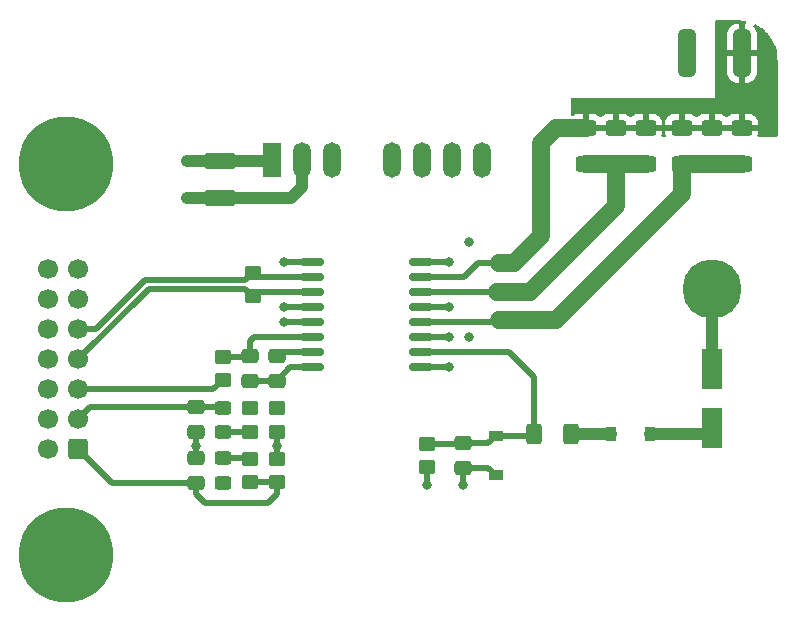
<source format=gbr>
%TF.GenerationSoftware,KiCad,Pcbnew,(6.0.1)*%
%TF.CreationDate,2022-08-22T15:24:11+03:00*%
%TF.ProjectId,Driver_Board,44726976-6572-45f4-926f-6172642e6b69,rev?*%
%TF.SameCoordinates,Original*%
%TF.FileFunction,Copper,L1,Top*%
%TF.FilePolarity,Positive*%
%FSLAX46Y46*%
G04 Gerber Fmt 4.6, Leading zero omitted, Abs format (unit mm)*
G04 Created by KiCad (PCBNEW (6.0.1)) date 2022-08-22 15:24:11*
%MOMM*%
%LPD*%
G01*
G04 APERTURE LIST*
G04 Aperture macros list*
%AMRoundRect*
0 Rectangle with rounded corners*
0 $1 Rounding radius*
0 $2 $3 $4 $5 $6 $7 $8 $9 X,Y pos of 4 corners*
0 Add a 4 corners polygon primitive as box body*
4,1,4,$2,$3,$4,$5,$6,$7,$8,$9,$2,$3,0*
0 Add four circle primitives for the rounded corners*
1,1,$1+$1,$2,$3*
1,1,$1+$1,$4,$5*
1,1,$1+$1,$6,$7*
1,1,$1+$1,$8,$9*
0 Add four rect primitives between the rounded corners*
20,1,$1+$1,$2,$3,$4,$5,0*
20,1,$1+$1,$4,$5,$6,$7,0*
20,1,$1+$1,$6,$7,$8,$9,0*
20,1,$1+$1,$8,$9,$2,$3,0*%
G04 Aperture macros list end*
%TA.AperFunction,ComponentPad*%
%ADD10RoundRect,0.375000X-0.375000X-1.625000X0.375000X-1.625000X0.375000X1.625000X-0.375000X1.625000X0*%
%TD*%
%TA.AperFunction,SMDPad,CuDef*%
%ADD11RoundRect,0.250000X-0.475000X0.337500X-0.475000X-0.337500X0.475000X-0.337500X0.475000X0.337500X0*%
%TD*%
%TA.AperFunction,SMDPad,CuDef*%
%ADD12RoundRect,0.250000X0.625000X-0.400000X0.625000X0.400000X-0.625000X0.400000X-0.625000X-0.400000X0*%
%TD*%
%TA.AperFunction,SMDPad,CuDef*%
%ADD13RoundRect,0.250000X0.450000X-0.350000X0.450000X0.350000X-0.450000X0.350000X-0.450000X-0.350000X0*%
%TD*%
%TA.AperFunction,SMDPad,CuDef*%
%ADD14RoundRect,0.250000X-0.450000X0.350000X-0.450000X-0.350000X0.450000X-0.350000X0.450000X0.350000X0*%
%TD*%
%TA.AperFunction,ComponentPad*%
%ADD15RoundRect,0.250000X0.600000X0.600000X-0.600000X0.600000X-0.600000X-0.600000X0.600000X-0.600000X0*%
%TD*%
%TA.AperFunction,ComponentPad*%
%ADD16C,1.700000*%
%TD*%
%TA.AperFunction,ComponentPad*%
%ADD17C,8.000000*%
%TD*%
%TA.AperFunction,SMDPad,CuDef*%
%ADD18RoundRect,0.250000X1.100000X-0.412500X1.100000X0.412500X-1.100000X0.412500X-1.100000X-0.412500X0*%
%TD*%
%TA.AperFunction,ComponentPad*%
%ADD19C,5.000000*%
%TD*%
%TA.AperFunction,SMDPad,CuDef*%
%ADD20RoundRect,0.250000X0.475000X-0.337500X0.475000X0.337500X-0.475000X0.337500X-0.475000X-0.337500X0*%
%TD*%
%TA.AperFunction,SMDPad,CuDef*%
%ADD21RoundRect,0.250000X0.450000X-0.325000X0.450000X0.325000X-0.450000X0.325000X-0.450000X-0.325000X0*%
%TD*%
%TA.AperFunction,SMDPad,CuDef*%
%ADD22R,1.800000X3.500000*%
%TD*%
%TA.AperFunction,SMDPad,CuDef*%
%ADD23R,1.200000X0.900000*%
%TD*%
%TA.AperFunction,ComponentPad*%
%ADD24R,1.500000X3.000000*%
%TD*%
%TA.AperFunction,ComponentPad*%
%ADD25O,1.500000X3.000000*%
%TD*%
%TA.AperFunction,SMDPad,CuDef*%
%ADD26RoundRect,0.150000X-0.875000X-0.150000X0.875000X-0.150000X0.875000X0.150000X-0.875000X0.150000X0*%
%TD*%
%TA.AperFunction,SMDPad,CuDef*%
%ADD27R,0.900000X1.200000*%
%TD*%
%TA.AperFunction,SMDPad,CuDef*%
%ADD28RoundRect,0.250000X-0.400000X-0.625000X0.400000X-0.625000X0.400000X0.625000X-0.400000X0.625000X0*%
%TD*%
%TA.AperFunction,SMDPad,CuDef*%
%ADD29RoundRect,0.250000X-0.450000X0.325000X-0.450000X-0.325000X0.450000X-0.325000X0.450000X0.325000X0*%
%TD*%
%TA.AperFunction,ViaPad*%
%ADD30C,0.800000*%
%TD*%
%TA.AperFunction,Conductor*%
%ADD31C,0.500000*%
%TD*%
%TA.AperFunction,Conductor*%
%ADD32C,1.500000*%
%TD*%
%TA.AperFunction,Conductor*%
%ADD33C,1.000000*%
%TD*%
G04 APERTURE END LIST*
D10*
%TO.P,J3,3,Pin_3*%
%TO.N,E_IGBT*%
X116504000Y-52070000D03*
%TO.P,J3,4,Pin_4*%
%TO.N,G_IGBT*%
X121204000Y-52070000D03*
%TD*%
D11*
%TO.P,C3,1*%
%TO.N,Desat*%
X97536000Y-85068500D03*
%TO.P,C3,2*%
%TO.N,E_IGBT*%
X97536000Y-87143500D03*
%TD*%
D12*
%TO.P,R8,1*%
%TO.N,Net-(D1-Pad12)*%
X121158000Y-61468000D03*
%TO.P,R8,2*%
%TO.N,G_IGBT*%
X121158000Y-58368000D03*
%TD*%
D13*
%TO.P,R13,1*%
%TO.N,RDY*%
X79502000Y-88376000D03*
%TO.P,R13,2*%
%TO.N,Net-(D7-Pad2)*%
X79502000Y-86376000D03*
%TD*%
D12*
%TO.P,R7,1*%
%TO.N,Net-(D1-Pad14)*%
X113030000Y-61468000D03*
%TO.P,R7,2*%
%TO.N,G_IGBT*%
X113030000Y-58368000D03*
%TD*%
D14*
%TO.P,R14,1*%
%TO.N,+5VD*%
X79502000Y-82079500D03*
%TO.P,R14,2*%
%TO.N,Net-(D8-Pad2)*%
X79502000Y-84079500D03*
%TD*%
D15*
%TO.P,J1,1,Pin_1*%
%TO.N,RDY*%
X65014500Y-85598000D03*
D16*
%TO.P,J1,2,Pin_2*%
%TO.N,GNDA*%
X62474500Y-85598000D03*
%TO.P,J1,3,Pin_3*%
%TO.N,FLT*%
X65014500Y-83058000D03*
%TO.P,J1,4,Pin_4*%
%TO.N,GNDA*%
X62474500Y-83058000D03*
%TO.P,J1,5,Pin_5*%
%TO.N,RST*%
X65014500Y-80518000D03*
%TO.P,J1,6,Pin_6*%
%TO.N,GNDA*%
X62474500Y-80518000D03*
%TO.P,J1,7,Pin_7*%
%TO.N,IN-*%
X65014500Y-77978000D03*
%TO.P,J1,8,Pin_8*%
%TO.N,GNDA*%
X62474500Y-77978000D03*
%TO.P,J1,9,Pin_9*%
%TO.N,IN+*%
X65014500Y-75438000D03*
%TO.P,J1,10,Pin_10*%
%TO.N,GNDA*%
X62474500Y-75438000D03*
%TO.P,J1,11,Pin_11*%
%TO.N,+5VD*%
X65014500Y-72898000D03*
%TO.P,J1,12,Pin_12*%
%TO.N,GNDA*%
X62474500Y-72898000D03*
%TO.P,J1,13,Pin_13*%
%TO.N,VAA*%
X65014500Y-70358000D03*
%TO.P,J1,14,Pin_14*%
%TO.N,GNDA*%
X62474500Y-70358000D03*
D17*
%TO.P,J1,MP*%
%TO.N,N/C*%
X63994500Y-61418000D03*
X63994500Y-94538000D03*
%TD*%
D18*
%TO.P,C6,1*%
%TO.N,VAA*%
X76962000Y-64300500D03*
%TO.P,C6,2*%
%TO.N,GNDA*%
X76962000Y-61175500D03*
%TD*%
D19*
%TO.P,J4,1,Pin_1*%
%TO.N,C_IGBT*%
X118618000Y-72027000D03*
%TD*%
D20*
%TO.P,C7,1*%
%TO.N,GNDA*%
X79502000Y-79777500D03*
%TO.P,C7,2*%
%TO.N,Net-(C7-Pad2)*%
X79502000Y-77702500D03*
%TD*%
D21*
%TO.P,D7,1,K*%
%TO.N,GNDA*%
X77216000Y-88401000D03*
%TO.P,D7,2,A*%
%TO.N,Net-(D7-Pad2)*%
X77216000Y-86351000D03*
%TD*%
D12*
%TO.P,R5,1*%
%TO.N,Net-(D1-Pad12)*%
X116078000Y-61468000D03*
%TO.P,R5,2*%
%TO.N,G_IGBT*%
X116078000Y-58368000D03*
%TD*%
D22*
%TO.P,D6,1,K*%
%TO.N,C_IGBT*%
X118618000Y-78780000D03*
%TO.P,D6,2,A*%
%TO.N,Net-(D4-Pad2)*%
X118618000Y-83780000D03*
%TD*%
D23*
%TO.P,D3,1,K*%
%TO.N,Desat*%
X100330000Y-84456000D03*
%TO.P,D3,2,A*%
%TO.N,E_IGBT*%
X100330000Y-87756000D03*
%TD*%
D14*
%TO.P,R2,1*%
%TO.N,+5VD*%
X81788000Y-86376000D03*
%TO.P,R2,2*%
%TO.N,RDY*%
X81788000Y-88376000D03*
%TD*%
D20*
%TO.P,C1,1*%
%TO.N,GNDA*%
X81788000Y-79777500D03*
%TO.P,C1,2*%
%TO.N,+5VD*%
X81788000Y-77702500D03*
%TD*%
%TO.P,C4,1*%
%TO.N,RDY*%
X74930000Y-88413500D03*
%TO.P,C4,2*%
%TO.N,GNDA*%
X74930000Y-86338500D03*
%TD*%
D14*
%TO.P,R10,1*%
%TO.N,IN+*%
X79756000Y-70628000D03*
%TO.P,R10,2*%
%TO.N,IN-*%
X79756000Y-72628000D03*
%TD*%
D11*
%TO.P,C5,1*%
%TO.N,FLT*%
X74930000Y-82042000D03*
%TO.P,C5,2*%
%TO.N,GNDA*%
X74930000Y-84117000D03*
%TD*%
D12*
%TO.P,R4,1*%
%TO.N,Net-(D1-Pad14)*%
X110490000Y-61468000D03*
%TO.P,R4,2*%
%TO.N,G_IGBT*%
X110490000Y-58368000D03*
%TD*%
D24*
%TO.P,U1,1,-VIN*%
%TO.N,GNDA*%
X81412500Y-61084000D03*
D25*
%TO.P,U1,2,+VIN*%
%TO.N,VAA*%
X83952500Y-61084000D03*
%TO.P,U1,3,ON/~{OFF}*%
%TO.N,unconnected-(U1-Pad3)*%
X86492500Y-61084000D03*
%TO.P,U1,5,NC*%
%TO.N,unconnected-(U1-Pad5)*%
X91572500Y-61084000D03*
%TO.P,U1,6,+VOUT*%
%TO.N,+15V*%
X94112500Y-61084000D03*
%TO.P,U1,7,-VOUT*%
%TO.N,E_IGBT*%
X96652500Y-61084000D03*
%TO.P,U1,8,NC*%
%TO.N,unconnected-(U1-Pad8)*%
X99192500Y-61084000D03*
%TD*%
D26*
%TO.P,D1,1,Vss1*%
%TO.N,GNDA*%
X84758000Y-69723000D03*
%TO.P,D1,2,Vi+*%
%TO.N,IN+*%
X84758000Y-70993000D03*
%TO.P,D1,3,Vi-*%
%TO.N,IN-*%
X84758000Y-72263000D03*
%TO.P,D1,4,READY*%
%TO.N,RDY*%
X84758000Y-73533000D03*
%TO.P,D1,5,~{FAULT}*%
%TO.N,FLT*%
X84758000Y-74803000D03*
%TO.P,D1,6,~{RESET}*%
%TO.N,Net-(C7-Pad2)*%
X84758000Y-76073000D03*
%TO.P,D1,7,Vdd1*%
%TO.N,+5VD*%
X84758000Y-77343000D03*
%TO.P,D1,8,Vss1*%
%TO.N,GNDA*%
X84758000Y-78613000D03*
%TO.P,D1,9,Vss2*%
%TO.N,E_IGBT*%
X94058000Y-78613000D03*
%TO.P,D1,10,DESAT*%
%TO.N,Desat*%
X94058000Y-77343000D03*
%TO.P,D1,11,GND2*%
%TO.N,E_IGBT*%
X94058000Y-76073000D03*
%TO.P,D1,12,Vout_off*%
%TO.N,Net-(D1-Pad12)*%
X94058000Y-74803000D03*
%TO.P,D1,13,Vdd2*%
%TO.N,+15V*%
X94058000Y-73533000D03*
%TO.P,D1,14,Vout_on*%
%TO.N,Net-(D1-Pad14)*%
X94058000Y-72263000D03*
%TO.P,D1,15,GATE_SENSE*%
%TO.N,G_IGBT*%
X94058000Y-70993000D03*
%TO.P,D1,16,Vss2*%
%TO.N,E_IGBT*%
X94058000Y-69723000D03*
%TD*%
D27*
%TO.P,D4,1,K*%
%TO.N,Net-(D4-Pad1)*%
X110110000Y-84328000D03*
%TO.P,D4,2,A*%
%TO.N,Net-(D4-Pad2)*%
X113410000Y-84328000D03*
%TD*%
D12*
%TO.P,R9,1*%
%TO.N,Net-(D1-Pad12)*%
X118618000Y-61468000D03*
%TO.P,R9,2*%
%TO.N,G_IGBT*%
X118618000Y-58368000D03*
%TD*%
D28*
%TO.P,R3,1*%
%TO.N,Desat*%
X103606000Y-84328000D03*
%TO.P,R3,2*%
%TO.N,Net-(D4-Pad1)*%
X106706000Y-84328000D03*
%TD*%
D14*
%TO.P,R15,1*%
%TO.N,Desat*%
X94488000Y-85106000D03*
%TO.P,R15,2*%
%TO.N,+15V*%
X94488000Y-87106000D03*
%TD*%
D29*
%TO.P,D8,1,K*%
%TO.N,FLT*%
X77216000Y-82054500D03*
%TO.P,D8,2,A*%
%TO.N,Net-(D8-Pad2)*%
X77216000Y-84104500D03*
%TD*%
D12*
%TO.P,R6,1*%
%TO.N,Net-(D1-Pad14)*%
X107950000Y-61468000D03*
%TO.P,R6,2*%
%TO.N,G_IGBT*%
X107950000Y-58368000D03*
%TD*%
D13*
%TO.P,R1,1*%
%TO.N,RST*%
X77216000Y-79740000D03*
%TO.P,R1,2*%
%TO.N,Net-(C7-Pad2)*%
X77216000Y-77740000D03*
%TD*%
%TO.P,R12,1*%
%TO.N,+5VD*%
X81788000Y-84079500D03*
%TO.P,R12,2*%
%TO.N,FLT*%
X81788000Y-82079500D03*
%TD*%
D30*
%TO.N,GNDA*%
X77216000Y-88392000D03*
X74206500Y-61175500D03*
X81788000Y-79777500D03*
X82423000Y-69723000D03*
X74930000Y-85344000D03*
%TO.N,RDY*%
X82423000Y-73533000D03*
X81788000Y-88376000D03*
%TO.N,FLT*%
X81788000Y-82042000D03*
X82423000Y-74803000D03*
X77209750Y-82048250D03*
%TO.N,+15V*%
X94488000Y-88646000D03*
X98044000Y-76073000D03*
X96393000Y-73533000D03*
%TO.N,VAA*%
X74168000Y-64262000D03*
%TO.N,E_IGBT*%
X96393000Y-76073000D03*
X96393000Y-69723000D03*
X97536000Y-88646000D03*
X96393000Y-78613000D03*
X98044000Y-68072000D03*
%TO.N,+5VD*%
X79502000Y-82063500D03*
X81788000Y-85344000D03*
X81788000Y-77702500D03*
%TD*%
D31*
%TO.N,Desat*%
X97498500Y-85106000D02*
X97536000Y-85068500D01*
X103606000Y-79476000D02*
X101473000Y-77343000D01*
X100330000Y-84456000D02*
X103478000Y-84456000D01*
X99717500Y-85068500D02*
X100330000Y-84456000D01*
X97536000Y-85068500D02*
X99717500Y-85068500D01*
X103606000Y-84328000D02*
X103606000Y-79476000D01*
X94488000Y-85106000D02*
X97498500Y-85106000D01*
X103478000Y-84456000D02*
X103606000Y-84328000D01*
X94058000Y-77343000D02*
X101473000Y-77343000D01*
%TO.N,G_IGBT*%
X94058000Y-70993000D02*
X97663000Y-70993000D01*
D32*
X107950000Y-58368000D02*
X105436000Y-58368000D01*
X101854000Y-69850000D02*
X100584000Y-69850000D01*
D31*
X100584000Y-69850000D02*
X98806000Y-69850000D01*
D32*
X104140000Y-67564000D02*
X101854000Y-69850000D01*
X104140000Y-59664000D02*
X104140000Y-67564000D01*
D31*
X98806000Y-69850000D02*
X97663000Y-70993000D01*
D32*
X105436000Y-58368000D02*
X104140000Y-59664000D01*
D33*
%TO.N,GNDA*%
X76962000Y-61175500D02*
X81321000Y-61175500D01*
X81321000Y-61175500D02*
X81412500Y-61084000D01*
D31*
X74930000Y-85344000D02*
X74930000Y-86338500D01*
X84758000Y-69723000D02*
X82423000Y-69723000D01*
X74930000Y-84117000D02*
X74930000Y-85344000D01*
X84758000Y-78613000D02*
X82952500Y-78613000D01*
X82952500Y-78613000D02*
X81788000Y-79777500D01*
D33*
X76962000Y-61175500D02*
X74206500Y-61175500D01*
D31*
X79502000Y-79777500D02*
X81788000Y-79777500D01*
%TO.N,IN+*%
X79756000Y-70628000D02*
X79131001Y-71252999D01*
X66493839Y-75438000D02*
X65014500Y-75438000D01*
X79131001Y-71252999D02*
X70678840Y-71252999D01*
X70678840Y-71252999D02*
X66493839Y-75438000D01*
X84758000Y-70993000D02*
X80121000Y-70993000D01*
X80121000Y-70993000D02*
X79756000Y-70628000D01*
%TO.N,IN-*%
X84758000Y-72263000D02*
X80121000Y-72263000D01*
X79756000Y-72628000D02*
X79131001Y-72003001D01*
X80121000Y-72263000D02*
X79756000Y-72628000D01*
X79131001Y-72003001D02*
X70989499Y-72003001D01*
X70989499Y-72003001D02*
X65014500Y-77978000D01*
%TO.N,RDY*%
X81788000Y-89408000D02*
X81788000Y-88376000D01*
X74930000Y-89408000D02*
X75692000Y-90170000D01*
X74930000Y-88413500D02*
X74930000Y-89408000D01*
X79502000Y-88376000D02*
X81788000Y-88376000D01*
X81026000Y-90170000D02*
X81788000Y-89408000D01*
X74930000Y-88413500D02*
X67830000Y-88413500D01*
X67830000Y-88413500D02*
X65014500Y-85598000D01*
X84758000Y-73533000D02*
X82423000Y-73533000D01*
X75692000Y-90170000D02*
X81026000Y-90170000D01*
%TO.N,FLT*%
X84758000Y-74803000D02*
X82423000Y-74803000D01*
X77203500Y-82042000D02*
X77209750Y-82048250D01*
X66030500Y-82042000D02*
X65014500Y-83058000D01*
X77209750Y-82048250D02*
X77216000Y-82054500D01*
X74930000Y-82042000D02*
X77203500Y-82042000D01*
X74930000Y-82042000D02*
X66030500Y-82042000D01*
%TO.N,RST*%
X76438000Y-80518000D02*
X77216000Y-79740000D01*
X65014500Y-80518000D02*
X76438000Y-80518000D01*
D33*
%TO.N,Net-(D4-Pad2)*%
X113410000Y-84328000D02*
X118070000Y-84328000D01*
X118070000Y-84328000D02*
X118618000Y-83780000D01*
D32*
%TO.N,Net-(D1-Pad12)*%
X116078000Y-61468000D02*
X116078000Y-64008000D01*
X116078000Y-64008000D02*
X105410000Y-74676000D01*
X116078000Y-61468000D02*
X118618000Y-61468000D01*
X121158000Y-61468000D02*
X118618000Y-61468000D01*
X105410000Y-74676000D02*
X105156000Y-74676000D01*
X105156000Y-74676000D02*
X100584000Y-74676000D01*
D31*
X100457000Y-74803000D02*
X100584000Y-74676000D01*
X94058000Y-74803000D02*
X100457000Y-74803000D01*
D32*
%TO.N,Net-(D1-Pad14)*%
X103251000Y-72263000D02*
X100457000Y-72263000D01*
X110490000Y-61468000D02*
X110490000Y-65024000D01*
X110490000Y-61468000D02*
X107950000Y-61468000D01*
D31*
X94058000Y-72263000D02*
X100457000Y-72263000D01*
D32*
X110490000Y-65024000D02*
X103251000Y-72263000D01*
X113030000Y-61468000D02*
X110490000Y-61468000D01*
D33*
%TO.N,C_IGBT*%
X118618000Y-78780000D02*
X118618000Y-72027000D01*
D31*
%TO.N,+15V*%
X94058000Y-73533000D02*
X96393000Y-73533000D01*
X94488000Y-87106000D02*
X94488000Y-88646000D01*
%TO.N,Net-(D7-Pad2)*%
X79477000Y-86351000D02*
X79502000Y-86376000D01*
X77216000Y-86351000D02*
X79477000Y-86351000D01*
%TO.N,Net-(D8-Pad2)*%
X77216000Y-84104500D02*
X79477000Y-84104500D01*
X79477000Y-84104500D02*
X79502000Y-84079500D01*
D33*
%TO.N,VAA*%
X83019500Y-64300500D02*
X83952500Y-63367500D01*
X83952500Y-63367500D02*
X83952500Y-61084000D01*
X76962000Y-64300500D02*
X74206500Y-64300500D01*
X76962000Y-64300500D02*
X83019500Y-64300500D01*
D31*
%TO.N,E_IGBT*%
X97536000Y-87143500D02*
X99717500Y-87143500D01*
X94058000Y-78613000D02*
X96393000Y-78613000D01*
X94058000Y-76073000D02*
X96393000Y-76073000D01*
X94058000Y-69723000D02*
X96393000Y-69723000D01*
X99717500Y-87143500D02*
X100330000Y-87756000D01*
X97536000Y-87143500D02*
X97536000Y-88646000D01*
%TO.N,+5VD*%
X82147500Y-77343000D02*
X81788000Y-77702500D01*
X84758000Y-77343000D02*
X82147500Y-77343000D01*
X81788000Y-84079500D02*
X81788000Y-85344000D01*
X81788000Y-85344000D02*
X81788000Y-86376000D01*
%TO.N,Net-(C7-Pad2)*%
X79883000Y-76073000D02*
X79502000Y-76454000D01*
X79464500Y-77740000D02*
X79502000Y-77702500D01*
X77216000Y-77740000D02*
X79464500Y-77740000D01*
X84758000Y-76073000D02*
X79883000Y-76073000D01*
X79502000Y-76454000D02*
X79502000Y-77702500D01*
D33*
%TO.N,Net-(D4-Pad1)*%
X110110000Y-84328000D02*
X106706000Y-84328000D01*
%TD*%
%TA.AperFunction,Conductor*%
%TO.N,G_IGBT*%
G36*
X120874057Y-49277500D02*
G01*
X120888858Y-49279805D01*
X120888861Y-49279805D01*
X120897730Y-49281186D01*
X120916411Y-49278743D01*
X120939342Y-49277852D01*
X121242557Y-49293743D01*
X121255665Y-49295120D01*
X121419139Y-49321012D01*
X121436258Y-49323723D01*
X121500411Y-49354135D01*
X121537938Y-49414404D01*
X121536924Y-49485393D01*
X121497691Y-49544565D01*
X121464354Y-49562461D01*
X121459671Y-49567865D01*
X121458000Y-49575548D01*
X121458000Y-51797885D01*
X121462475Y-51813124D01*
X121463865Y-51814329D01*
X121471548Y-51816000D01*
X122443885Y-51816000D01*
X122459124Y-51811525D01*
X122460329Y-51810135D01*
X122462000Y-51802452D01*
X122462000Y-50385666D01*
X122461807Y-50380739D01*
X122456386Y-50311860D01*
X122454439Y-50300533D01*
X122409599Y-50133187D01*
X122404898Y-50120941D01*
X122326622Y-49967318D01*
X122319470Y-49956304D01*
X122210966Y-49822311D01*
X122204204Y-49815549D01*
X122170178Y-49753237D01*
X122175243Y-49682422D01*
X122217790Y-49625586D01*
X122284310Y-49600775D01*
X122350502Y-49614187D01*
X122549120Y-49715388D01*
X122560536Y-49721979D01*
X122839334Y-49903033D01*
X122849996Y-49910779D01*
X123108344Y-50119984D01*
X123118145Y-50128810D01*
X123353190Y-50363855D01*
X123362015Y-50373655D01*
X123369711Y-50383158D01*
X123571221Y-50632004D01*
X123578967Y-50642666D01*
X123760018Y-50921459D01*
X123766612Y-50932880D01*
X123917531Y-51229076D01*
X123922895Y-51241124D01*
X124042021Y-51551456D01*
X124046097Y-51564000D01*
X124132135Y-51885098D01*
X124134877Y-51897998D01*
X124186879Y-52226329D01*
X124188257Y-52239446D01*
X124203764Y-52535330D01*
X124202436Y-52561312D01*
X124202195Y-52562856D01*
X124202195Y-52562860D01*
X124200814Y-52571730D01*
X124201978Y-52580632D01*
X124201978Y-52580635D01*
X124204936Y-52603251D01*
X124206000Y-52619589D01*
X124206000Y-59030000D01*
X124185998Y-59098121D01*
X124132342Y-59144614D01*
X124080000Y-59156000D01*
X122627484Y-59156000D01*
X122559363Y-59135998D01*
X122512870Y-59082342D01*
X122502766Y-59012068D01*
X122507891Y-58990333D01*
X122528137Y-58929293D01*
X122531005Y-58915914D01*
X122540672Y-58821562D01*
X122541000Y-58815146D01*
X122541000Y-58640115D01*
X122536525Y-58624876D01*
X122535135Y-58623671D01*
X122527452Y-58622000D01*
X114713116Y-58622000D01*
X114697877Y-58626475D01*
X114696672Y-58627865D01*
X114695001Y-58635548D01*
X114695001Y-58815095D01*
X114695338Y-58821614D01*
X114705257Y-58917206D01*
X114708150Y-58930603D01*
X114728007Y-58990125D01*
X114730591Y-59061074D01*
X114694407Y-59122158D01*
X114630942Y-59153982D01*
X114608483Y-59156000D01*
X114499484Y-59156000D01*
X114431363Y-59135998D01*
X114384870Y-59082342D01*
X114374766Y-59012068D01*
X114379891Y-58990333D01*
X114400137Y-58929293D01*
X114403005Y-58915914D01*
X114412672Y-58821562D01*
X114413000Y-58815146D01*
X114413000Y-58640115D01*
X114408525Y-58624876D01*
X114407135Y-58623671D01*
X114399452Y-58622000D01*
X107822000Y-58622000D01*
X107753879Y-58601998D01*
X107707386Y-58548342D01*
X107696000Y-58496000D01*
X107696000Y-58095885D01*
X108204000Y-58095885D01*
X108208475Y-58111124D01*
X108209865Y-58112329D01*
X108217548Y-58114000D01*
X110217885Y-58114000D01*
X110233124Y-58109525D01*
X110234329Y-58108135D01*
X110236000Y-58100452D01*
X110236000Y-58095885D01*
X110744000Y-58095885D01*
X110748475Y-58111124D01*
X110749865Y-58112329D01*
X110757548Y-58114000D01*
X112757885Y-58114000D01*
X112773124Y-58109525D01*
X112774329Y-58108135D01*
X112776000Y-58100452D01*
X112776000Y-58095885D01*
X113284000Y-58095885D01*
X113288475Y-58111124D01*
X113289865Y-58112329D01*
X113297548Y-58114000D01*
X114394884Y-58114000D01*
X114410123Y-58109525D01*
X114411328Y-58108135D01*
X114412999Y-58100452D01*
X114412999Y-58095885D01*
X114695000Y-58095885D01*
X114699475Y-58111124D01*
X114700865Y-58112329D01*
X114708548Y-58114000D01*
X115805885Y-58114000D01*
X115821124Y-58109525D01*
X115822329Y-58108135D01*
X115824000Y-58100452D01*
X115824000Y-58095885D01*
X116332000Y-58095885D01*
X116336475Y-58111124D01*
X116337865Y-58112329D01*
X116345548Y-58114000D01*
X118345885Y-58114000D01*
X118361124Y-58109525D01*
X118362329Y-58108135D01*
X118364000Y-58100452D01*
X118364000Y-58095885D01*
X118872000Y-58095885D01*
X118876475Y-58111124D01*
X118877865Y-58112329D01*
X118885548Y-58114000D01*
X120885885Y-58114000D01*
X120901124Y-58109525D01*
X120902329Y-58108135D01*
X120904000Y-58100452D01*
X120904000Y-58095885D01*
X121412000Y-58095885D01*
X121416475Y-58111124D01*
X121417865Y-58112329D01*
X121425548Y-58114000D01*
X122522884Y-58114000D01*
X122538123Y-58109525D01*
X122539328Y-58108135D01*
X122540999Y-58100452D01*
X122540999Y-57920905D01*
X122540662Y-57914386D01*
X122530743Y-57818794D01*
X122527851Y-57805400D01*
X122476412Y-57651216D01*
X122470239Y-57638038D01*
X122384937Y-57500193D01*
X122375901Y-57488792D01*
X122261171Y-57374261D01*
X122249760Y-57365249D01*
X122111757Y-57280184D01*
X122098576Y-57274037D01*
X121944290Y-57222862D01*
X121930914Y-57219995D01*
X121836562Y-57210328D01*
X121830145Y-57210000D01*
X121430115Y-57210000D01*
X121414876Y-57214475D01*
X121413671Y-57215865D01*
X121412000Y-57223548D01*
X121412000Y-58095885D01*
X120904000Y-58095885D01*
X120904000Y-57228116D01*
X120899525Y-57212877D01*
X120898135Y-57211672D01*
X120890452Y-57210001D01*
X120485905Y-57210001D01*
X120479386Y-57210338D01*
X120383794Y-57220257D01*
X120370400Y-57223149D01*
X120216216Y-57274588D01*
X120203038Y-57280761D01*
X120065193Y-57366063D01*
X120053792Y-57375099D01*
X119977208Y-57451817D01*
X119914926Y-57485896D01*
X119844106Y-57480893D01*
X119799017Y-57451972D01*
X119721171Y-57374261D01*
X119709760Y-57365249D01*
X119571757Y-57280184D01*
X119558576Y-57274037D01*
X119404290Y-57222862D01*
X119390914Y-57219995D01*
X119296562Y-57210328D01*
X119290145Y-57210000D01*
X118890115Y-57210000D01*
X118874876Y-57214475D01*
X118873671Y-57215865D01*
X118872000Y-57223548D01*
X118872000Y-58095885D01*
X118364000Y-58095885D01*
X118364000Y-57228116D01*
X118359525Y-57212877D01*
X118358135Y-57211672D01*
X118350452Y-57210001D01*
X117945905Y-57210001D01*
X117939386Y-57210338D01*
X117843794Y-57220257D01*
X117830400Y-57223149D01*
X117676216Y-57274588D01*
X117663038Y-57280761D01*
X117525193Y-57366063D01*
X117513792Y-57375099D01*
X117437208Y-57451817D01*
X117374926Y-57485896D01*
X117304106Y-57480893D01*
X117259017Y-57451972D01*
X117181171Y-57374261D01*
X117169760Y-57365249D01*
X117031757Y-57280184D01*
X117018576Y-57274037D01*
X116864290Y-57222862D01*
X116850914Y-57219995D01*
X116756562Y-57210328D01*
X116750145Y-57210000D01*
X116350115Y-57210000D01*
X116334876Y-57214475D01*
X116333671Y-57215865D01*
X116332000Y-57223548D01*
X116332000Y-58095885D01*
X115824000Y-58095885D01*
X115824000Y-57228116D01*
X115819525Y-57212877D01*
X115818135Y-57211672D01*
X115810452Y-57210001D01*
X115405905Y-57210001D01*
X115399386Y-57210338D01*
X115303794Y-57220257D01*
X115290400Y-57223149D01*
X115136216Y-57274588D01*
X115123038Y-57280761D01*
X114985193Y-57366063D01*
X114973792Y-57375099D01*
X114859261Y-57489829D01*
X114850249Y-57501240D01*
X114765184Y-57639243D01*
X114759037Y-57652424D01*
X114707862Y-57806710D01*
X114704995Y-57820086D01*
X114695328Y-57914438D01*
X114695000Y-57920855D01*
X114695000Y-58095885D01*
X114412999Y-58095885D01*
X114412999Y-57920905D01*
X114412662Y-57914386D01*
X114402743Y-57818794D01*
X114399851Y-57805400D01*
X114348412Y-57651216D01*
X114342239Y-57638038D01*
X114256937Y-57500193D01*
X114247901Y-57488792D01*
X114133171Y-57374261D01*
X114121760Y-57365249D01*
X113983757Y-57280184D01*
X113970576Y-57274037D01*
X113816290Y-57222862D01*
X113802914Y-57219995D01*
X113708562Y-57210328D01*
X113702145Y-57210000D01*
X113302115Y-57210000D01*
X113286876Y-57214475D01*
X113285671Y-57215865D01*
X113284000Y-57223548D01*
X113284000Y-58095885D01*
X112776000Y-58095885D01*
X112776000Y-57228116D01*
X112771525Y-57212877D01*
X112770135Y-57211672D01*
X112762452Y-57210001D01*
X112357905Y-57210001D01*
X112351386Y-57210338D01*
X112255794Y-57220257D01*
X112242400Y-57223149D01*
X112088216Y-57274588D01*
X112075038Y-57280761D01*
X111937193Y-57366063D01*
X111925792Y-57375099D01*
X111849208Y-57451817D01*
X111786926Y-57485896D01*
X111716106Y-57480893D01*
X111671017Y-57451972D01*
X111593171Y-57374261D01*
X111581760Y-57365249D01*
X111443757Y-57280184D01*
X111430576Y-57274037D01*
X111276290Y-57222862D01*
X111262914Y-57219995D01*
X111168562Y-57210328D01*
X111162145Y-57210000D01*
X110762115Y-57210000D01*
X110746876Y-57214475D01*
X110745671Y-57215865D01*
X110744000Y-57223548D01*
X110744000Y-58095885D01*
X110236000Y-58095885D01*
X110236000Y-57228116D01*
X110231525Y-57212877D01*
X110230135Y-57211672D01*
X110222452Y-57210001D01*
X109817905Y-57210001D01*
X109811386Y-57210338D01*
X109715794Y-57220257D01*
X109702400Y-57223149D01*
X109548216Y-57274588D01*
X109535038Y-57280761D01*
X109397193Y-57366063D01*
X109385792Y-57375099D01*
X109309208Y-57451817D01*
X109246926Y-57485896D01*
X109176106Y-57480893D01*
X109131017Y-57451972D01*
X109053171Y-57374261D01*
X109041760Y-57365249D01*
X108903757Y-57280184D01*
X108890576Y-57274037D01*
X108736290Y-57222862D01*
X108722914Y-57219995D01*
X108628562Y-57210328D01*
X108622145Y-57210000D01*
X108222115Y-57210000D01*
X108206876Y-57214475D01*
X108205671Y-57215865D01*
X108204000Y-57223548D01*
X108204000Y-58095885D01*
X107696000Y-58095885D01*
X107696000Y-57228116D01*
X107691525Y-57212877D01*
X107690135Y-57211672D01*
X107682452Y-57210001D01*
X107277905Y-57210001D01*
X107271386Y-57210338D01*
X107175794Y-57220257D01*
X107162400Y-57223149D01*
X107008216Y-57274588D01*
X106995042Y-57280760D01*
X106872304Y-57356713D01*
X106803852Y-57375551D01*
X106736082Y-57354390D01*
X106690511Y-57299950D01*
X106680000Y-57249569D01*
X106680000Y-55980000D01*
X106700002Y-55911879D01*
X106753658Y-55865386D01*
X106806000Y-55854000D01*
X118872000Y-55854000D01*
X118872000Y-53754335D01*
X119946000Y-53754335D01*
X119946193Y-53759261D01*
X119951614Y-53828140D01*
X119953561Y-53839467D01*
X119998401Y-54006813D01*
X120003102Y-54019059D01*
X120081378Y-54172682D01*
X120088530Y-54183696D01*
X120197034Y-54317689D01*
X120206311Y-54326966D01*
X120340304Y-54435470D01*
X120351318Y-54442622D01*
X120504941Y-54520898D01*
X120517187Y-54525599D01*
X120684533Y-54570439D01*
X120695860Y-54572386D01*
X120764739Y-54577807D01*
X120769665Y-54578000D01*
X120931885Y-54578000D01*
X120947124Y-54573525D01*
X120948329Y-54572135D01*
X120950000Y-54564452D01*
X120950000Y-54559885D01*
X121458000Y-54559885D01*
X121462475Y-54575124D01*
X121463865Y-54576329D01*
X121471548Y-54578000D01*
X121638335Y-54578000D01*
X121643261Y-54577807D01*
X121712140Y-54572386D01*
X121723467Y-54570439D01*
X121890813Y-54525599D01*
X121903059Y-54520898D01*
X122056682Y-54442622D01*
X122067696Y-54435470D01*
X122201689Y-54326966D01*
X122210966Y-54317689D01*
X122319470Y-54183696D01*
X122326622Y-54172682D01*
X122404898Y-54019059D01*
X122409599Y-54006813D01*
X122454439Y-53839467D01*
X122456386Y-53828140D01*
X122461807Y-53759261D01*
X122462000Y-53754335D01*
X122462000Y-52342115D01*
X122457525Y-52326876D01*
X122456135Y-52325671D01*
X122448452Y-52324000D01*
X121476115Y-52324000D01*
X121460876Y-52328475D01*
X121459671Y-52329865D01*
X121458000Y-52337548D01*
X121458000Y-54559885D01*
X120950000Y-54559885D01*
X120950000Y-52342115D01*
X120945525Y-52326876D01*
X120944135Y-52325671D01*
X120936452Y-52324000D01*
X119964115Y-52324000D01*
X119948876Y-52328475D01*
X119947671Y-52329865D01*
X119946000Y-52337548D01*
X119946000Y-53754335D01*
X118872000Y-53754335D01*
X118872000Y-51797885D01*
X119946000Y-51797885D01*
X119950475Y-51813124D01*
X119951865Y-51814329D01*
X119959548Y-51816000D01*
X120931885Y-51816000D01*
X120947124Y-51811525D01*
X120948329Y-51810135D01*
X120950000Y-51802452D01*
X120950000Y-49580115D01*
X120945525Y-49564876D01*
X120944135Y-49563671D01*
X120936452Y-49562000D01*
X120769666Y-49562000D01*
X120764739Y-49562193D01*
X120695860Y-49567614D01*
X120684533Y-49569561D01*
X120517187Y-49614401D01*
X120504941Y-49619102D01*
X120351318Y-49697378D01*
X120340304Y-49704530D01*
X120206311Y-49813034D01*
X120197034Y-49822311D01*
X120088530Y-49956304D01*
X120081378Y-49967318D01*
X120003102Y-50120941D01*
X119998401Y-50133187D01*
X119953561Y-50300533D01*
X119951614Y-50311860D01*
X119946193Y-50380739D01*
X119946000Y-50385666D01*
X119946000Y-51797885D01*
X118872000Y-51797885D01*
X118872000Y-49402000D01*
X118892002Y-49333879D01*
X118945658Y-49287386D01*
X118998000Y-49276000D01*
X120854672Y-49276000D01*
X120874057Y-49277500D01*
G37*
%TD.AperFunction*%
%TD*%
M02*

</source>
